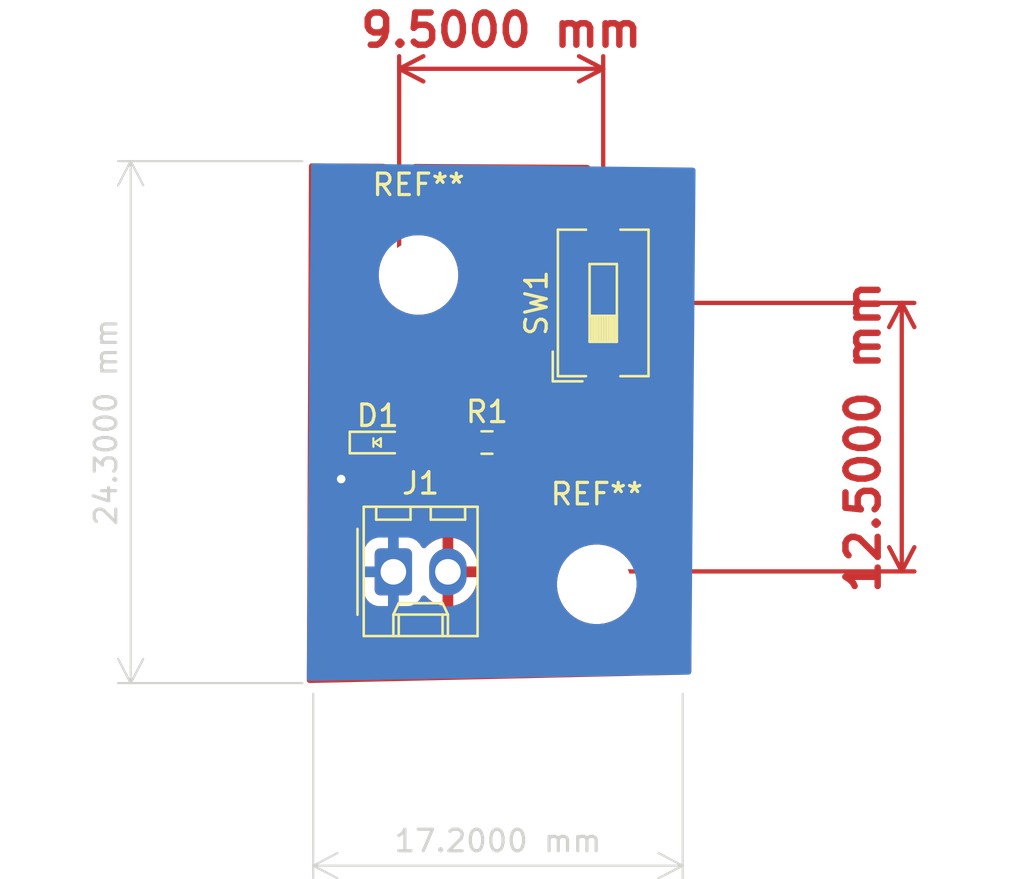
<source format=kicad_pcb>
(kicad_pcb (version 20240108) (generator "pcbnew") (generator_version "8.0")
  (title_block (title "proj1") (date "2024-09-30") (rev "1.0") (company "Illini Solar Car") (comment 1 "Designed By: Raahil Parikh"))
  (layers (0 "F.Cu" signal) (31 "B.Cu" signal) (34 "B.Paste" user) (35 "F.Paste" user) (36 "B.SilkS" user "B.Silkscreen") (37 "F.SilkS" user "F.Silkscreen") (38 "B.Mask" user) (39 "F.Mask" user) (44 "Edge.Cuts" user))
  (net 0 "")
  (net 1 "Net-(D1-A)")
  (net 2 "GND")
  (net 3 "Net-(R1-Pad1)")
  (net 4 "+3V3")
  (footprint "layout:LED_0603_Symbol_on_F.SilkS" (layer "F.Cu") (at 116 101)
    (property "Reference" "D1" (at 0 -1.25 0) (layer "F.SilkS"))
    (property "Value" "LED_RED" (hide yes))
    (fp_line (start -1.3 -0.5) (end -1.3 0.5) (stroke (width 0.12)) (layer "F.SilkS"))
    (fp_line (start -1.3 -0.5) (end 0.8 -0.5) (stroke (width 0.12)) (layer "F.SilkS"))
    (fp_line (start -1.3 0.5) (end 0.8 0.5) (stroke (width 0.12)) (layer "F.SilkS"))
    (fp_line (start -0.2 -0.2) (end -0.2 0.2) (stroke (width 0.1)) (layer "F.SilkS"))
    (fp_line (start -0.15 0) (end 0.15 -0.2) (stroke (width 0.1)) (layer "F.SilkS"))
    (fp_line (start 0.15 -0.2) (end 0.15 0.2) (stroke (width 0.1)) (layer "F.SilkS"))
    (fp_line (start 0.15 0.2) (end -0.15 0) (stroke (width 0.1)) (layer "F.SilkS"))
    (pad "1" smd rect (at -0.8 0 180) (size 0.8 0.8) (layers "F.Cu" "F.Paste" "F.Mask") (net 2 "GND"))
    (pad "2" smd rect (at 0.8 0 180) (size 0.8 0.8) (layers "F.Cu" "F.Paste" "F.Mask") (net 1 "Net-(D1-A)"))
  )
  (footprint "MountingHole:MountingHole_3.2mm_M3" (layer "F.Cu") (at 126.2 107.6)
    (property "Reference" "REF**" (at 0 -4.2 0) (layer "F.SilkS"))
    (property "Value" "MountingHole_3.2mm_M3" (hide yes))
    (pad "" np_thru_hole circle (at 0 0) (size 3.2 3.2) (drill 3.2) (layers "*.Cu" "*.Mask"))
  )
  (footprint "Resistor_SMD:R_0603_1608Metric_Pad0.98x0.95mm_HandSolder" (layer "F.Cu") (at 121.0875 101)
    (property "Reference" "R1" (at 0 -1.43 0) (layer "F.SilkS"))
    (property "Value" "105" (hide yes))
    (fp_line (start -0.254724 -0.5225) (end 0.254724 -0.5225) (stroke (width 0.12)) (layer "F.SilkS"))
    (fp_line (start -0.254724 0.5225) (end 0.254724 0.5225) (stroke (width 0.12)) (layer "F.SilkS"))
    (pad "1" smd roundrect (at -0.9125 0) (size 0.975 0.95) (layers "F.Cu" "F.Paste" "F.Mask") (net 3 "Net-(R1-Pad1)"))
    (pad "2" smd roundrect (at 0.9125 0) (size 0.975 0.95) (layers "F.Cu" "F.Paste" "F.Mask") (net 1 "Net-(D1-A)"))
  )
  (footprint "Button_Switch_SMD:SW_DIP_SPSTx01_Slide_6.7x4.1mm_W8.61mm_P2.54mm_LowProfile" (layer "F.Cu") (at 126.5 94.5 90)
    (property "Reference" "SW1" (at 0 -3.11 90) (layer "F.SilkS"))
    (property "Value" "SW_Push" (hide yes))
    (fp_line (start -3.65 -2.35) (end -2.267 -2.35) (stroke (width 0.12)) (layer "F.SilkS"))
    (fp_line (start -3.65 -2.35) (end -3.65 -0.967) (stroke (width 0.12)) (layer "F.SilkS"))
    (fp_line (start 3.41 -2.11) (end 3.41 -0.8) (stroke (width 0.12)) (layer "F.SilkS"))
    (fp_line (start -3.41 -2.11) (end 3.41 -2.11) (stroke (width 0.12)) (layer "F.SilkS"))
    (fp_line (start -3.41 -2.11) (end -3.41 -0.8) (stroke (width 0.12)) (layer "F.SilkS"))
    (fp_line (start 1.81 -0.635) (end -1.81 -0.635) (stroke (width 0.12)) (layer "F.SilkS"))
    (fp_line (start -0.603333 -0.635) (end -0.603333 0.635) (stroke (width 0.12)) (layer "F.SilkS"))
    (fp_line (start -1.81 -0.635) (end -1.81 0.635) (stroke (width 0.12)) (layer "F.SilkS"))
    (fp_line (start -1.81 -0.515) (end -0.603333 -0.515) (stroke (width 0.12)) (layer "F.SilkS"))
    (fp_line (start -1.81 -0.395) (end -0.603333 -0.395) (stroke (width 0.12)) (layer "F.SilkS"))
    (fp_line (start -1.81 -0.275) (end -0.603333 -0.275) (stroke (width 0.12)) (layer "F.SilkS"))
    (fp_line (start -1.81 -0.155) (end -0.603333 -0.155) (stroke (width 0.12)) (layer "F.SilkS"))
    (fp_line (start -1.81 -0.035) (end -0.603333 -0.035) (stroke (width 0.12)) (layer "F.SilkS"))
    (fp_line (start -1.81 0.085) (end -0.603333 0.085) (stroke (width 0.12)) (layer "F.SilkS"))
    (fp_line (start -1.81 0.205) (end -0.603333 0.205) (stroke (width 0.12)) (layer "F.SilkS"))
    (fp_line (start -1.81 0.325) (end -0.603333 0.325) (stroke (width 0.12)) (layer "F.SilkS"))
    (fp_line (start -1.81 0.445) (end -0.603333 0.445) (stroke (width 0.12)) (layer "F.SilkS"))
    (fp_line (start -1.81 0.565) (end -0.603333 0.565) (stroke (width 0.12)) (layer "F.SilkS"))
    (fp_line (start 1.81 0.635) (end 1.81 -0.635) (stroke (width 0.12)) (layer "F.SilkS"))
    (fp_line (start -1.81 0.635) (end 1.81 0.635) (stroke (width 0.12)) (layer "F.SilkS"))
    (fp_line (start 3.41 0.8) (end 3.41 2.11) (stroke (width 0.12)) (layer "F.SilkS"))
    (fp_line (start -3.41 0.8) (end -3.41 2.11) (stroke (width 0.12)) (layer "F.SilkS"))
    (fp_line (start -3.41 2.11) (end 3.41 2.11) (stroke (width 0.12)) (layer "F.SilkS"))
    (pad "1" smd rect (at -4.305 0 90) (size 2.44 1.12) (layers "F.Cu" "F.Paste" "F.Mask") (net 4 "+3V3"))
    (pad "2" smd rect (at 4.305 0 90) (size 2.44 1.12) (layers "F.Cu" "F.Paste" "F.Mask") (net 3 "Net-(R1-Pad1)"))
  )
  (footprint "Connector_Molex:Molex_KK-254_AE-6410-02A_1x02_P2.54mm_Vertical" (layer "F.Cu") (at 116.73 107.02)
    (property "Reference" "J1" (at 1.27 -4.12 0) (layer "F.SilkS"))
    (property "Value" "Conn_01x02" (hide yes))
    (fp_line (start -1.67 -2) (end -1.67 2) (stroke (width 0.12)) (layer "F.SilkS"))
    (fp_line (start -1.38 -3.03) (end -1.38 2.99) (stroke (width 0.12)) (layer "F.SilkS"))
    (fp_line (start -1.38 2.99) (end 3.92 2.99) (stroke (width 0.12)) (layer "F.SilkS"))
    (fp_line (start -0.8 -3.03) (end -0.8 -2.43) (stroke (width 0.12)) (layer "F.SilkS"))
    (fp_line (start -0.8 -2.43) (end 0.8 -2.43) (stroke (width 0.12)) (layer "F.SilkS"))
    (fp_line (start 0 1.99) (end 0.25 1.46) (stroke (width 0.12)) (layer "F.SilkS"))
    (fp_line (start 0 1.99) (end 2.54 1.99) (stroke (width 0.12)) (layer "F.SilkS"))
    (fp_line (start 0 2.99) (end 0 1.99) (stroke (width 0.12)) (layer "F.SilkS"))
    (fp_line (start 0.25 1.46) (end 2.29 1.46) (stroke (width 0.12)) (layer "F.SilkS"))
    (fp_line (start 0.25 2.99) (end 0.25 1.99) (stroke (width 0.12)) (layer "F.SilkS"))
    (fp_line (start 0.8 -2.43) (end 0.8 -3.03) (stroke (width 0.12)) (layer "F.SilkS"))
    (fp_line (start 1.74 -3.03) (end 1.74 -2.43) (stroke (width 0.12)) (layer "F.SilkS"))
    (fp_line (start 1.74 -2.43) (end 3.34 -2.43) (stroke (width 0.12)) (layer "F.SilkS"))
    (fp_line (start 2.29 1.46) (end 2.54 1.99) (stroke (width 0.12)) (layer "F.SilkS"))
    (fp_line (start 2.29 2.99) (end 2.29 1.99) (stroke (width 0.12)) (layer "F.SilkS"))
    (fp_line (start 2.54 1.99) (end 2.54 2.99) (stroke (width 0.12)) (layer "F.SilkS"))
    (fp_line (start 3.34 -2.43) (end 3.34 -3.03) (stroke (width 0.12)) (layer "F.SilkS"))
    (fp_line (start 3.92 -3.03) (end -1.38 -3.03) (stroke (width 0.12)) (layer "F.SilkS"))
    (fp_line (start 3.92 2.99) (end 3.92 -3.03) (stroke (width 0.12)) (layer "F.SilkS"))
    (pad "1" thru_hole roundrect (at 0 0) (size 1.74 2.19) (drill 1.19) (layers "*.Cu" "*.Mask") (roundrect_rratio 0.143678) (net 2 "GND"))
    (pad "2" thru_hole oval (at 2.54 0) (size 1.74 2.19) (drill 1.19) (layers "*.Cu" "*.Mask") (net 4 "+3V3"))
  )
  (footprint "MountingHole:MountingHole_3.2mm_M3" (layer "F.Cu") (at 117.9 93.2)
    (property "Reference" "REF**" (at 0 -4.2 0) (layer "F.SilkS"))
    (property "Value" "MountingHole_3.2mm_M3" (hide yes))
    (pad "" np_thru_hole circle (at 0 0) (size 3.2 3.2) (drill 3.2) (layers "*.Cu" "*.Mask"))
  )
  (dimension (type orthogonal) (layer "F.Cu") (pts (xy 126.5 94.5) (xy 127 107)) (height 13.9) (orientation 1) (gr_text "12.5000 mm" (at 138.6 100.75 90) (layer "F.Cu") (effects (font (size 1.5 1.5) (thickness 0.3)))) (format (prefix "") (suffix "") (units 3) (units_format 1) (precision 4)) (style (thickness 0.2) (arrow_length 1.27) (text_position_mode 0) (extension_height 0.58642) (extension_offset 0.5) keep_text_aligned))
  (dimension (type orthogonal) (layer "F.Cu") (pts (xy 126.5 94.5) (xy 117 94)) (height -10.9) (orientation 0) (gr_text "9.5000 mm" (at 121.75 81.8 0) (layer "F.Cu") (effects (font (size 1.5 1.5) (thickness 0.3)))) (format (prefix "") (suffix "") (units 3) (units_format 1) (precision 4)) (style (thickness 0.2) (arrow_length 1.27) (text_position_mode 0) (extension_height 0.58642) (extension_offset 0.5) keep_text_aligned))
  (dimension (type orthogonal) (layer "Edge.Cuts") (pts (xy 113 112.2) (xy 113 87.9)) (height -8.5) (orientation 1) (gr_text "24.3000 mm" (at 103.35 100.05 90) (layer "Edge.Cuts") (effects (font (size 1 1) (thickness 0.15)))) (format (prefix "") (suffix "") (units 3) (units_format 1) (precision 4)) (style (thickness 0.1) (arrow_length 1.27) (text_position_mode 0) (extension_height 0.58642) (extension_offset 0.5) keep_text_aligned))
  (dimension (type orthogonal) (layer "Edge.Cuts") (pts (xy 113 112.2) (xy 130.2 112.2)) (height 8.5) (orientation 0) (gr_text "17.2000 mm" (at 121.6 119.55 0) (layer "Edge.Cuts") (effects (font (size 1 1) (thickness 0.15)))) (format (prefix "") (suffix "") (units 3) (units_format 1) (precision 4)) (style (thickness 0.1) (arrow_length 1.27) (text_position_mode 0) (extension_height 0.58642) (extension_offset 0.5) keep_text_aligned))
  (segment (start 121.3 102.5) (end 122 101.8) (width 0.25) (layer "F.Cu") (net 1))
  (segment (start 116.8 101) (end 117.7 101) (width 0.25) (layer "F.Cu") (net 1))
  (segment (start 122 101.8) (end 122 101) (width 0.25) (layer "F.Cu") (net 1))
  (segment (start 117.7 101) (end 119.2 102.5) (width 0.25) (layer "F.Cu") (net 1))
  (segment (start 119.2 102.5) (end 121.3 102.5) (width 0.25) (layer "F.Cu") (net 1))
  (segment (start 115.2 101.8) (end 114.3 102.7) (width 0.25) (layer "F.Cu") (net 2))
  (segment (start 115.2 101) (end 115.2 101.8) (width 0.25) (layer "F.Cu") (net 2))
  (via (at 114.3 102.7) (size 0.8) (drill 0.4) (layers "F.Cu" "B.Cu") (net 2))
  (segment (start 126.5 90.195) (end 124.305 90.195) (width 0.25) (layer "F.Cu") (net 3))
  (segment (start 120.175 97.525) (end 120.175 101) (width 0.25) (layer "F.Cu") (net 3))
  (segment (start 122.4 92.1) (end 122.4 95.3) (width 0.25) (layer "F.Cu") (net 3))
  (segment (start 124.305 90.195) (end 122.4 92.1) (width 0.25) (layer "F.Cu") (net 3))
  (segment (start 122.4 95.3) (end 120.175 97.525) (width 0.25) (layer "F.Cu") (net 3))
  (zone (net 4) (net_name "+3V3") (layer "F.Cu") (connect_pads (clearance 0.508)) (min_thickness 0.25) (fill yes (thermal_gap 0.5) (thermal_bridge_width 0.5))
    (polygon (pts (xy 130.7 88.1) (xy 130.6 111.8) (xy 112.7 112.2) (xy 112.8 88)))
  )
  (zone (net 2) (net_name "GND") (layer "B.Cu") (priority 1) (connect_pads (clearance 0.508)) (min_thickness 0.25) (fill yes (thermal_gap 0.5) (thermal_bridge_width 0.5))
    (polygon (pts (xy 112.9 88) (xy 130.8 88.2) (xy 130.6 111.8) (xy 112.7 112.1)))
  )
)
</source>
